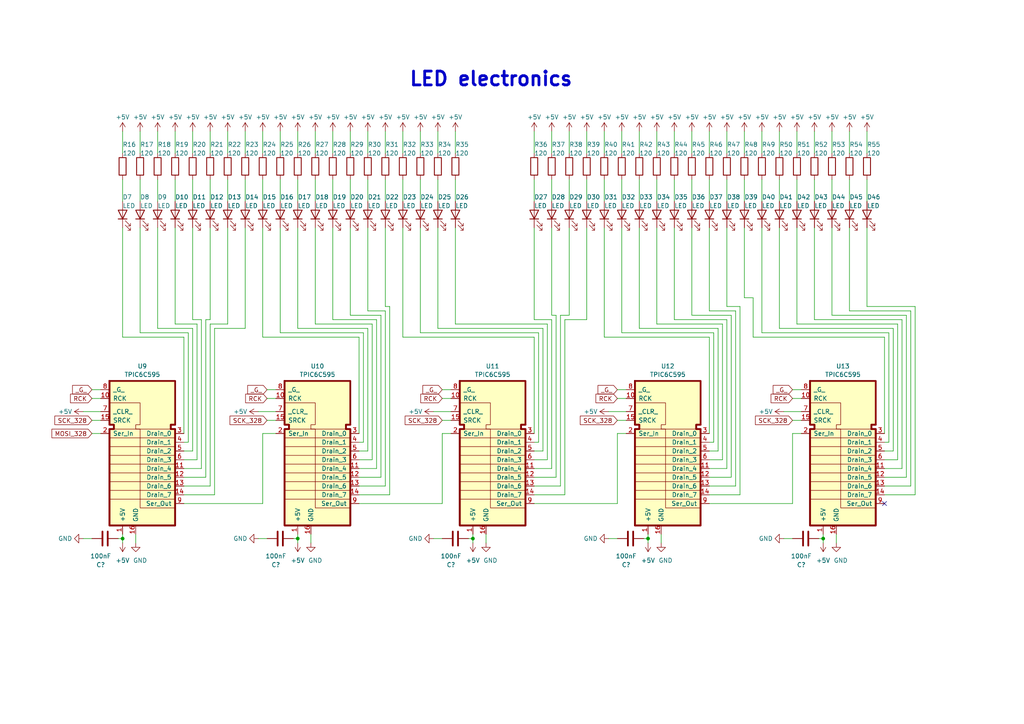
<source format=kicad_sch>
(kicad_sch (version 20230121) (generator eeschema)
  (paper "A4")
  (title_block (title "RD40_SMD") (date "2023-08-20") (rev "Rev 1") (company "Ludwin Monz") (comment 1 "you may not use the material for commercial purposes.") (comment 2 "you may use non-commercially, adapt, share alike ") (comment 3 "https://creativecommons.org/licenses/by-nc-sa/4.0/") (comment 4 "License: Creative Commons Attribution-Non-Commercial (CC BY-NC-SA)"))
  (junction (at 187.96 156.21))
  (junction (at 86.36 156.21))
  (junction (at 35.56 156.21))
  (junction (at 137.16 156.21))
  (junction (at 238.76 156.21))
  (no_connect (at 256.54 146.05))
  (wire (pts (xy 111.76 140.97) (xy 111.76 90.17)))
  (wire (pts (xy 185.42 95.25) (xy 185.42 66.04)))
  (wire (pts (xy 160.02 66.04) (xy 160.02 91.44)))
  (wire (pts (xy 81.28 38.1) (xy 81.28 44.45)))
  (wire (pts (xy 262.89 91.44) (xy 241.3 91.44)))
  (wire (pts (xy 26.67 113.03) (xy 29.21 113.03)))
  (wire (pts (xy 157.48 95.25) (xy 127 95.25)))
  (wire (pts (xy 160.02 38.1) (xy 160.02 44.45)))
  (wire (pts (xy 77.47 115.57) (xy 80.01 115.57)))
  (wire (pts (xy 259.08 130.81) (xy 259.08 95.25)))
  (wire (pts (xy 256.54 140.97) (xy 264.16 140.97)))
  (wire (pts (xy 54.61 128.27) (xy 54.61 96.52)))
  (wire (pts (xy 163.83 92.71) (xy 170.18 92.71)))
  (wire (pts (xy 241.3 52.07) (xy 241.3 58.42)))
  (wire (pts (xy 54.61 96.52) (xy 40.64 96.52)))
  (wire (pts (xy 81.28 52.07) (xy 81.28 58.42)))
  (wire (pts (xy 53.34 135.89) (xy 58.42 135.89)))
  (wire (pts (xy 160.02 52.07) (xy 160.02 58.42)))
  (wire (pts (xy 205.74 128.27) (xy 207.01 128.27)))
  (wire (pts (xy 210.82 88.9) (xy 210.82 66.04)))
  (wire (pts (xy 246.38 52.07) (xy 246.38 58.42)))
  (wire (pts (xy 127 95.25) (xy 127 66.04)))
  (wire (pts (xy 154.94 52.07) (xy 154.94 58.42)))
  (wire (pts (xy 116.84 97.79) (xy 116.84 66.04)))
  (wire (pts (xy 156.21 128.27) (xy 156.21 96.52)))
  (wire (pts (xy 128.27 125.73) (xy 130.81 125.73)))
  (wire (pts (xy 162.56 91.44) (xy 165.1 91.44)))
  (wire (pts (xy 135.89 156.21) (xy 137.16 156.21)))
  (wire (pts (xy 190.5 38.1) (xy 190.5 44.45)))
  (wire (pts (xy 71.12 38.1) (xy 71.12 44.45)))
  (wire (pts (xy 231.14 93.98) (xy 231.14 66.04)))
  (wire (pts (xy 212.09 91.44) (xy 200.66 91.44)))
  (wire (pts (xy 220.98 52.07) (xy 220.98 58.42)))
  (wire (pts (xy 205.74 38.1) (xy 205.74 44.45)))
  (wire (pts (xy 53.34 140.97) (xy 60.96 140.97)))
  (wire (pts (xy 154.94 128.27) (xy 156.21 128.27)))
  (wire (pts (xy 208.28 130.81) (xy 208.28 95.25)))
  (wire (pts (xy 205.74 90.17) (xy 205.74 66.04)))
  (wire (pts (xy 154.94 38.1) (xy 154.94 44.45)))
  (wire (pts (xy 161.29 91.44) (xy 160.02 91.44)))
  (wire (pts (xy 74.93 119.38) (xy 80.01 119.38)))
  (wire (pts (xy 251.46 52.07) (xy 251.46 58.42)))
  (wire (pts (xy 227.33 156.21) (xy 229.87 156.21)))
  (wire (pts (xy 205.74 133.35) (xy 209.55 133.35)))
  (wire (pts (xy 137.16 154.94) (xy 137.16 156.21)))
  (wire (pts (xy 53.34 138.43) (xy 59.69 138.43)))
  (wire (pts (xy 179.07 121.92) (xy 181.61 121.92)))
  (wire (pts (xy 35.56 97.79) (xy 35.56 66.04)))
  (wire (pts (xy 62.23 143.51) (xy 62.23 95.25)))
  (wire (pts (xy 257.81 128.27) (xy 257.81 96.52)))
  (wire (pts (xy 231.14 38.1) (xy 231.14 44.45)))
  (wire (pts (xy 218.44 97.79) (xy 218.44 86.36)))
  (wire (pts (xy 209.55 133.35) (xy 209.55 93.98)))
  (wire (pts (xy 215.9 52.07) (xy 215.9 58.42)))
  (wire (pts (xy 106.68 130.81) (xy 106.68 95.25)))
  (wire (pts (xy 121.92 38.1) (xy 121.92 44.45)))
  (wire (pts (xy 113.03 143.51) (xy 113.03 88.9)))
  (wire (pts (xy 256.54 135.89) (xy 261.62 135.89)))
  (wire (pts (xy 111.76 88.9) (xy 111.76 66.04)))
  (wire (pts (xy 57.15 133.35) (xy 57.15 93.98)))
  (wire (pts (xy 262.89 138.43) (xy 262.89 91.44)))
  (wire (pts (xy 128.27 113.03) (xy 130.81 113.03)))
  (wire (pts (xy 251.46 88.9) (xy 251.46 66.04)))
  (wire (pts (xy 265.43 88.9) (xy 251.46 88.9)))
  (wire (pts (xy 109.22 92.71) (xy 96.52 92.71)))
  (wire (pts (xy 154.94 143.51) (xy 163.83 143.51)))
  (wire (pts (xy 107.95 133.35) (xy 107.95 93.98)))
  (wire (pts (xy 39.37 154.94) (xy 39.37 157.48)))
  (wire (pts (xy 106.68 90.17) (xy 106.68 66.04)))
  (wire (pts (xy 208.28 95.25) (xy 185.42 95.25)))
  (wire (pts (xy 205.74 130.81) (xy 208.28 130.81)))
  (wire (pts (xy 264.16 90.17) (xy 246.38 90.17)))
  (wire (pts (xy 229.87 121.92) (xy 232.41 121.92)))
  (wire (pts (xy 195.58 52.07) (xy 195.58 58.42)))
  (wire (pts (xy 215.9 38.1) (xy 215.9 44.45)))
  (wire (pts (xy 104.14 133.35) (xy 107.95 133.35)))
  (wire (pts (xy 175.26 38.1) (xy 175.26 44.45)))
  (wire (pts (xy 214.63 88.9) (xy 210.82 88.9)))
  (wire (pts (xy 180.34 38.1) (xy 180.34 44.45)))
  (wire (pts (xy 261.62 135.89) (xy 261.62 92.71)))
  (wire (pts (xy 220.98 38.1) (xy 220.98 44.45)))
  (wire (pts (xy 55.88 92.71) (xy 55.88 66.04)))
  (wire (pts (xy 260.35 133.35) (xy 260.35 93.98)))
  (wire (pts (xy 106.68 38.1) (xy 106.68 44.45)))
  (wire (pts (xy 205.74 135.89) (xy 210.82 135.89)))
  (wire (pts (xy 86.36 156.21) (xy 86.36 157.48)))
  (wire (pts (xy 58.42 92.71) (xy 55.88 92.71)))
  (wire (pts (xy 160.02 135.89) (xy 160.02 92.71)))
  (wire (pts (xy 60.96 140.97) (xy 60.96 93.98)))
  (wire (pts (xy 59.69 138.43) (xy 59.69 92.71)))
  (wire (pts (xy 104.14 125.73) (xy 104.14 97.79)))
  (wire (pts (xy 227.33 119.38) (xy 232.41 119.38)))
  (wire (pts (xy 116.84 38.1) (xy 116.84 44.45)))
  (wire (pts (xy 170.18 52.07) (xy 170.18 58.42)))
  (wire (pts (xy 96.52 38.1) (xy 96.52 44.45)))
  (wire (pts (xy 205.74 146.05) (xy 229.87 146.05)))
  (wire (pts (xy 125.73 156.21) (xy 128.27 156.21)))
  (wire (pts (xy 218.44 86.36) (xy 215.9 86.36)))
  (wire (pts (xy 179.07 113.03) (xy 181.61 113.03)))
  (wire (pts (xy 185.42 52.07) (xy 185.42 58.42)))
  (wire (pts (xy 107.95 93.98) (xy 91.44 93.98)))
  (wire (pts (xy 179.07 146.05) (xy 179.07 125.73)))
  (wire (pts (xy 162.56 140.97) (xy 162.56 91.44)))
  (wire (pts (xy 55.88 130.81) (xy 55.88 95.25)))
  (wire (pts (xy 71.12 52.07) (xy 71.12 58.42)))
  (wire (pts (xy 165.1 38.1) (xy 165.1 44.45)))
  (wire (pts (xy 210.82 92.71) (xy 195.58 92.71)))
  (wire (pts (xy 35.56 38.1) (xy 35.56 44.45)))
  (wire (pts (xy 76.2 125.73) (xy 80.01 125.73)))
  (wire (pts (xy 229.87 115.57) (xy 232.41 115.57)))
  (wire (pts (xy 91.44 38.1) (xy 91.44 44.45)))
  (wire (pts (xy 256.54 97.79) (xy 218.44 97.79)))
  (wire (pts (xy 175.26 97.79) (xy 175.26 66.04)))
  (wire (pts (xy 55.88 95.25) (xy 45.72 95.25)))
  (wire (pts (xy 231.14 52.07) (xy 231.14 58.42)))
  (wire (pts (xy 104.14 146.05) (xy 128.27 146.05)))
  (wire (pts (xy 175.26 52.07) (xy 175.26 58.42)))
  (wire (pts (xy 105.41 128.27) (xy 105.41 96.52)))
  (wire (pts (xy 220.98 66.04) (xy 220.98 96.52)))
  (wire (pts (xy 132.08 38.1) (xy 132.08 44.45)))
  (wire (pts (xy 176.53 156.21) (xy 179.07 156.21)))
  (wire (pts (xy 179.07 115.57) (xy 181.61 115.57)))
  (wire (pts (xy 53.34 146.05) (xy 76.2 146.05)))
  (wire (pts (xy 229.87 125.73) (xy 232.41 125.73)))
  (wire (pts (xy 154.94 92.71) (xy 154.94 66.04)))
  (wire (pts (xy 26.67 115.57) (xy 29.21 115.57)))
  (wire (pts (xy 210.82 52.07) (xy 210.82 58.42)))
  (wire (pts (xy 101.6 52.07) (xy 101.6 58.42)))
  (wire (pts (xy 213.36 140.97) (xy 213.36 90.17)))
  (wire (pts (xy 86.36 38.1) (xy 86.36 44.45)))
  (wire (pts (xy 241.3 38.1) (xy 241.3 44.45)))
  (wire (pts (xy 34.29 156.21) (xy 35.56 156.21)))
  (wire (pts (xy 236.22 52.07) (xy 236.22 58.42)))
  (wire (pts (xy 76.2 97.79) (xy 76.2 66.04)))
  (wire (pts (xy 106.68 52.07) (xy 106.68 58.42)))
  (wire (pts (xy 96.52 92.71) (xy 96.52 66.04)))
  (wire (pts (xy 101.6 91.44) (xy 101.6 66.04)))
  (wire (pts (xy 179.07 125.73) (xy 181.61 125.73)))
  (wire (pts (xy 116.84 52.07) (xy 116.84 58.42)))
  (wire (pts (xy 226.06 38.1) (xy 226.06 44.45)))
  (wire (pts (xy 101.6 38.1) (xy 101.6 44.45)))
  (wire (pts (xy 40.64 38.1) (xy 40.64 44.45)))
  (wire (pts (xy 91.44 66.04) (xy 91.44 93.98)))
  (wire (pts (xy 26.67 121.92) (xy 29.21 121.92)))
  (wire (pts (xy 50.8 38.1) (xy 50.8 44.45)))
  (wire (pts (xy 180.34 66.04) (xy 180.34 96.52)))
  (wire (pts (xy 85.09 156.21) (xy 86.36 156.21)))
  (wire (pts (xy 125.73 119.38) (xy 130.81 119.38)))
  (wire (pts (xy 205.74 140.97) (xy 213.36 140.97)))
  (wire (pts (xy 53.34 133.35) (xy 57.15 133.35)))
  (wire (pts (xy 205.74 138.43) (xy 212.09 138.43)))
  (wire (pts (xy 55.88 38.1) (xy 55.88 44.45)))
  (wire (pts (xy 156.21 96.52) (xy 121.92 96.52)))
  (wire (pts (xy 104.14 130.81) (xy 106.68 130.81)))
  (wire (pts (xy 256.54 130.81) (xy 259.08 130.81)))
  (wire (pts (xy 132.08 93.98) (xy 132.08 66.04)))
  (wire (pts (xy 77.47 121.92) (xy 80.01 121.92)))
  (wire (pts (xy 40.64 96.52) (xy 40.64 66.04)))
  (wire (pts (xy 160.02 92.71) (xy 154.94 92.71)))
  (wire (pts (xy 104.14 138.43) (xy 110.49 138.43)))
  (wire (pts (xy 62.23 95.25) (xy 71.12 95.25)))
  (wire (pts (xy 229.87 113.03) (xy 232.41 113.03)))
  (wire (pts (xy 207.01 96.52) (xy 180.34 96.52)))
  (wire (pts (xy 207.01 128.27) (xy 207.01 96.52)))
  (wire (pts (xy 91.44 52.07) (xy 91.44 58.42)))
  (wire (pts (xy 176.53 119.38) (xy 181.61 119.38)))
  (wire (pts (xy 53.34 125.73) (xy 53.34 97.79)))
  (wire (pts (xy 66.04 52.07) (xy 66.04 58.42)))
  (wire (pts (xy 205.74 52.07) (xy 205.74 58.42)))
  (wire (pts (xy 236.22 38.1) (xy 236.22 44.45)))
  (wire (pts (xy 26.67 125.73) (xy 29.21 125.73)))
  (wire (pts (xy 256.54 125.73) (xy 256.54 97.79)))
  (wire (pts (xy 53.34 128.27) (xy 54.61 128.27)))
  (wire (pts (xy 40.64 52.07) (xy 40.64 58.42)))
  (wire (pts (xy 104.14 140.97) (xy 111.76 140.97)))
  (wire (pts (xy 111.76 90.17) (xy 106.68 90.17)))
  (wire (pts (xy 127 52.07) (xy 127 58.42)))
  (wire (pts (xy 165.1 91.44) (xy 165.1 66.04)))
  (wire (pts (xy 53.34 130.81) (xy 55.88 130.81)))
  (wire (pts (xy 241.3 91.44) (xy 241.3 66.04)))
  (wire (pts (xy 226.06 95.25) (xy 226.06 66.04)))
  (wire (pts (xy 187.96 154.94) (xy 187.96 156.21)))
  (wire (pts (xy 154.94 125.73) (xy 154.94 97.79)))
  (wire (pts (xy 185.42 38.1) (xy 185.42 44.45)))
  (wire (pts (xy 121.92 52.07) (xy 121.92 58.42)))
  (wire (pts (xy 154.94 140.97) (xy 162.56 140.97)))
  (wire (pts (xy 264.16 140.97) (xy 264.16 90.17)))
  (wire (pts (xy 246.38 38.1) (xy 246.38 44.45)))
  (wire (pts (xy 163.83 143.51) (xy 163.83 92.71)))
  (wire (pts (xy 158.75 133.35) (xy 158.75 93.98)))
  (wire (pts (xy 236.22 92.71) (xy 236.22 66.04)))
  (wire (pts (xy 86.36 154.94) (xy 86.36 156.21)))
  (wire (pts (xy 205.74 143.51) (xy 214.63 143.51)))
  (wire (pts (xy 165.1 52.07) (xy 165.1 58.42)))
  (wire (pts (xy 132.08 52.07) (xy 132.08 58.42)))
  (wire (pts (xy 214.63 143.51) (xy 214.63 88.9)))
  (wire (pts (xy 109.22 135.89) (xy 109.22 92.71)))
  (wire (pts (xy 60.96 93.98) (xy 66.04 93.98)))
  (wire (pts (xy 238.76 154.94) (xy 238.76 156.21)))
  (wire (pts (xy 261.62 92.71) (xy 236.22 92.71)))
  (wire (pts (xy 60.96 38.1) (xy 60.96 44.45)))
  (wire (pts (xy 195.58 92.71) (xy 195.58 66.04)))
  (wire (pts (xy 60.96 66.04) (xy 60.96 92.71)))
  (wire (pts (xy 53.34 97.79) (xy 35.56 97.79)))
  (wire (pts (xy 104.14 128.27) (xy 105.41 128.27)))
  (wire (pts (xy 229.87 146.05) (xy 229.87 125.73)))
  (wire (pts (xy 256.54 138.43) (xy 262.89 138.43)))
  (wire (pts (xy 24.13 156.21) (xy 26.67 156.21)))
  (wire (pts (xy 55.88 52.07) (xy 55.88 58.42)))
  (wire (pts (xy 77.47 113.03) (xy 80.01 113.03)))
  (wire (pts (xy 265.43 143.51) (xy 265.43 88.9)))
  (wire (pts (xy 170.18 92.71) (xy 170.18 66.04)))
  (wire (pts (xy 205.74 97.79) (xy 175.26 97.79)))
  (wire (pts (xy 59.69 92.71) (xy 60.96 92.71)))
  (wire (pts (xy 158.75 93.98) (xy 132.08 93.98)))
  (wire (pts (xy 154.94 133.35) (xy 158.75 133.35)))
  (wire (pts (xy 190.5 93.98) (xy 190.5 66.04)))
  (wire (pts (xy 96.52 52.07) (xy 96.52 58.42)))
  (wire (pts (xy 60.96 52.07) (xy 60.96 58.42)))
  (wire (pts (xy 53.34 143.51) (xy 62.23 143.51)))
  (wire (pts (xy 260.35 93.98) (xy 231.14 93.98)))
  (wire (pts (xy 212.09 138.43) (xy 212.09 91.44)))
  (wire (pts (xy 110.49 138.43) (xy 110.49 91.44)))
  (wire (pts (xy 226.06 52.07) (xy 226.06 58.42)))
  (wire (pts (xy 128.27 115.57) (xy 130.81 115.57)))
  (wire (pts (xy 57.15 93.98) (xy 50.8 93.98)))
  (wire (pts (xy 187.96 156.21) (xy 187.96 157.48)))
  (wire (pts (xy 71.12 95.25) (xy 71.12 66.04)))
  (wire (pts (xy 45.72 95.25) (xy 45.72 66.04)))
  (wire (pts (xy 209.55 93.98) (xy 190.5 93.98)))
  (wire (pts (xy 35.56 154.94) (xy 35.56 156.21)))
  (wire (pts (xy 113.03 88.9) (xy 111.76 88.9)))
  (wire (pts (xy 242.57 154.94) (xy 242.57 157.48)))
  (wire (pts (xy 76.2 146.05) (xy 76.2 125.73)))
  (wire (pts (xy 58.42 92.71) (xy 58.42 135.89)))
  (wire (pts (xy 121.92 96.52) (xy 121.92 66.04)))
  (wire (pts (xy 50.8 93.98) (xy 50.8 66.04)))
  (wire (pts (xy 237.49 156.21) (xy 238.76 156.21)))
  (wire (pts (xy 110.49 91.44) (xy 101.6 91.44)))
  (wire (pts (xy 104.14 143.51) (xy 113.03 143.51)))
  (wire (pts (xy 213.36 90.17) (xy 205.74 90.17)))
  (wire (pts (xy 200.66 52.07) (xy 200.66 58.42)))
  (wire (pts (xy 104.14 135.89) (xy 109.22 135.89)))
  (wire (pts (xy 76.2 52.07) (xy 76.2 58.42)))
  (wire (pts (xy 154.94 135.89) (xy 160.02 135.89)))
  (wire (pts (xy 195.58 38.1) (xy 195.58 44.45)))
  (wire (pts (xy 200.66 38.1) (xy 200.66 44.45)))
  (wire (pts (xy 140.97 154.94) (xy 140.97 157.48)))
  (wire (pts (xy 50.8 52.07) (xy 50.8 58.42)))
  (wire (pts (xy 256.54 128.27) (xy 257.81 128.27)))
  (wire (pts (xy 86.36 52.07) (xy 86.36 58.42)))
  (wire (pts (xy 81.28 96.52) (xy 81.28 66.04)))
  (wire (pts (xy 161.29 138.43) (xy 161.29 91.44)))
  (wire (pts (xy 210.82 135.89) (xy 210.82 92.71)))
  (wire (pts (xy 111.76 38.1) (xy 111.76 44.45)))
  (wire (pts (xy 35.56 52.07) (xy 35.56 58.42)))
  (wire (pts (xy 106.68 95.25) (xy 86.36 95.25)))
  (wire (pts (xy 157.48 130.81) (xy 157.48 95.25)))
  (wire (pts (xy 128.27 121.92) (xy 130.81 121.92)))
  (wire (pts (xy 246.38 90.17) (xy 246.38 66.04)))
  (wire (pts (xy 128.27 146.05) (xy 128.27 125.73)))
  (wire (pts (xy 66.04 38.1) (xy 66.04 44.45)))
  (wire (pts (xy 190.5 52.07) (xy 190.5 58.42)))
  (wire (pts (xy 137.16 156.21) (xy 137.16 157.48)))
  (wire (pts (xy 180.34 52.07) (xy 180.34 58.42)))
  (wire (pts (xy 111.76 52.07) (xy 111.76 58.42)))
  (wire (pts (xy 74.93 156.21) (xy 77.47 156.21)))
  (wire (pts (xy 210.82 38.1) (xy 210.82 44.45)))
  (wire (pts (xy 104.14 97.79) (xy 76.2 97.79)))
  (wire (pts (xy 205.74 125.73) (xy 205.74 97.79)))
  (wire (pts (xy 251.46 38.1) (xy 251.46 44.45)))
  (wire (pts (xy 35.56 156.21) (xy 35.56 157.48)))
  (wire (pts (xy 154.94 146.05) (xy 179.07 146.05)))
  (wire (pts (xy 259.08 95.25) (xy 226.06 95.25)))
  (wire (pts (xy 256.54 143.51) (xy 265.43 143.51)))
  (wire (pts (xy 127 38.1) (xy 127 44.45)))
  (wire (pts (xy 24.13 119.38) (xy 29.21 119.38)))
  (wire (pts (xy 238.76 156.21) (xy 238.76 157.48)))
  (wire (pts (xy 215.9 86.36) (xy 215.9 66.04)))
  (wire (pts (xy 86.36 95.25) (xy 86.36 66.04)))
  (wire (pts (xy 154.94 130.81) (xy 157.48 130.81)))
  (wire (pts (xy 170.18 38.1) (xy 170.18 44.45)))
  (wire (pts (xy 66.04 93.98) (xy 66.04 66.04)))
  (wire (pts (xy 200.66 91.44) (xy 200.66 66.04)))
  (wire (pts (xy 76.2 38.1) (xy 76.2 44.45)))
  (wire (pts (xy 191.77 154.94) (xy 191.77 157.48)))
  (wire (pts (xy 45.72 52.07) (xy 45.72 58.42)))
  (wire (pts (xy 220.98 96.52) (xy 257.81 96.52)))
  (wire (pts (xy 186.69 156.21) (xy 187.96 156.21)))
  (wire (pts (xy 154.94 97.79) (xy 116.84 97.79)))
  (wire (pts (xy 90.17 154.94) (xy 90.17 157.48)))
  (wire (pts (xy 45.72 38.1) (xy 45.72 44.45)))
  (wire (pts (xy 154.94 138.43) (xy 161.29 138.43)))
  (wire (pts (xy 105.41 96.52) (xy 81.28 96.52)))
  (wire (pts (xy 256.54 133.35) (xy 260.35 133.35)))
  (text "LED electronics" (at 166.37 25.4 0) (effects (font (size 4 4) (thickness 0.8) bold) (justify right bottom)))
  (global_label "_G_" (shape input) (at 229.87 113.03 180) (property "Intersheetrefs" "${INTERSHEET_REFS}" (effects hide)))
  (global_label "RCK" (shape input) (at 179.07 115.57 180) (property "Intersheetrefs" "${INTERSHEET_REFS}" (effects hide)))
  (global_label "RCK" (shape input) (at 229.87 115.57 180) (property "Intersheetrefs" "${INTERSHEET_REFS}" (effects hide)))
  (global_label "SCK_328" (shape input) (at 26.67 121.92 180) (property "Intersheetrefs" "${INTERSHEET_REFS}" (effects hide)))
  (global_label "_G_" (shape input) (at 26.67 113.03 180) (property "Intersheetrefs" "${INTERSHEET_REFS}" (effects hide)))
  (global_label "RCK" (shape input) (at 128.27 115.57 180) (property "Intersheetrefs" "${INTERSHEET_REFS}" (effects hide)))
  (global_label "SCK_328" (shape input) (at 229.87 121.92 180) (property "Intersheetrefs" "${INTERSHEET_REFS}" (effects hide)))
  (global_label "_G_" (shape input) (at 128.27 113.03 180) (property "Intersheetrefs" "${INTERSHEET_REFS}" (effects hide)))
  (global_label "SCK_328" (shape input) (at 179.07 121.92 180) (property "Intersheetrefs" "${INTERSHEET_REFS}" (effects hide)))
  (global_label "MOSI_328" (shape input) (at 26.67 125.73 180) (property "Intersheetrefs" "${INTERSHEET_REFS}" (effects hide)))
  (global_label "_G_" (shape input) (at 179.07 113.03 180) (property "Intersheetrefs" "${INTERSHEET_REFS}" (effects hide)))
  (global_label "RCK" (shape input) (at 26.67 115.57 180) (property "Intersheetrefs" "${INTERSHEET_REFS}" (effects hide)))
  (global_label "_G_" (shape input) (at 77.47 113.03 180) (property "Intersheetrefs" "${INTERSHEET_REFS}" (effects hide)))
  (global_label "RCK" (shape input) (at 77.47 115.57 180) (property "Intersheetrefs" "${INTERSHEET_REFS}" (effects hide)))
  (global_label "SCK_328" (shape input) (at 77.47 121.92 180) (property "Intersheetrefs" "${INTERSHEET_REFS}" (effects hide)))
  (global_label "SCK_328" (shape input) (at 128.27 121.92 180) (property "Intersheetrefs" "${INTERSHEET_REFS}" (effects hide)))
  (symbol (lib_id "power:GND") (at 176.53 156.21 270) (unit 1)
    (property "Reference" "#PWR0123" (effects hide))
    (property "Value" "GND" (at 173.3551 156.21 90) (effects (justify right)))
  )
  (symbol (lib_id "Device:R") (at 81.28 48.26 0) (unit 1)
    (property "Reference" "R25" (at 81.28 41.91 0) (effects (justify left)))
    (property "Value" "120" (at 81.28 44.45 0) (effects (justify left)))
    (property "Footprint" "Resistor_SMD:R_0402_1005Metric" (effects hide))
    (property "LCSC" "C25079" (effects hide))
  )
  (symbol (lib_id "Device:LED") (at 190.5 62.23 90) (unit 1)
    (property "Reference" "D34" (at 190.5 57.15 90) (effects (justify right)))
    (property "Value" "LED" (at 190.5 59.69 90) (effects (justify right)))
    (property "Footprint" "my_footprints:LED_1206" (effects hide))
    (property "LCSC" "C219234" (effects hide))
  )
  (symbol (lib_id "Device:R") (at 40.64 48.26 0) (unit 1)
    (property "Reference" "R17" (at 40.64 41.91 0) (effects (justify left)))
    (property "Value" "120" (at 40.64 44.45 0) (effects (justify left)))
    (property "Footprint" "Resistor_SMD:R_0402_1005Metric" (effects hide))
    (property "LCSC" "C25079" (effects hide))
  )
  (symbol (lib_id "Device:R") (at 55.88 48.26 0) (unit 1)
    (property "Reference" "R20" (at 55.88 41.91 0) (effects (justify left)))
    (property "Value" "120" (at 55.88 44.45 0) (effects (justify left)))
    (property "Footprint" "Resistor_SMD:R_0402_1005Metric" (effects hide))
    (property "LCSC" "C25079" (effects hide))
  )
  (symbol (lib_id "power:GND") (at 125.73 156.21 270) (unit 1)
    (property "Reference" "#PWR0122" (effects hide))
    (property "Value" "GND" (at 122.5551 156.21 90) (effects (justify right)))
  )
  (symbol (lib_id "Device:R") (at 215.9 48.26 0) (unit 1)
    (property "Reference" "R48" (at 215.9 41.91 0) (effects (justify left)))
    (property "Value" "120" (at 215.9 44.45 0) (effects (justify left)))
    (property "Footprint" "Resistor_SMD:R_0402_1005Metric" (effects hide))
    (property "LCSC" "C25079" (effects hide))
  )
  (symbol (lib_id "power:+5V") (at 66.04 38.1 0) (unit 1)
    (property "Reference" "#PWR074" (effects hide))
    (property "Value" "+5V" (at 66.04 33.9669 0))
  )
  (symbol (lib_id "Device:R") (at 195.58 48.26 0) (unit 1)
    (property "Reference" "R44" (at 195.58 41.91 0) (effects (justify left)))
    (property "Value" "120" (at 195.58 44.45 0) (effects (justify left)))
    (property "Footprint" "Resistor_SMD:R_0402_1005Metric" (effects hide))
    (property "LCSC" "C25079" (effects hide))
  )
  (symbol (lib_id "Device:C") (at 81.28 156.21 90) (unit 1)
    (property "Reference" "C?" (at 80.01 163.83 90))
    (property "Value" "100nF" (at 80.01 161.29 90))
    (property "Footprint" "Capacitor_SMD:C_0402_1005Metric" (effects hide))
    (property "LCSC" "C307331" (effects hide))
    (instances (project "RD40_display_SMD" (path "" (reference "C?") (unit 1)) (path "" (reference "C23") (unit 1)) (path "" (reference "C28") (unit 1))))
  )
  (symbol (lib_id "Device:R") (at 220.98 48.26 0) (unit 1)
    (property "Reference" "R49" (at 220.98 41.91 0) (effects (justify left)))
    (property "Value" "120" (at 220.98 44.45 0) (effects (justify left)))
    (property "Footprint" "Resistor_SMD:R_0402_1005Metric" (effects hide))
    (property "LCSC" "C25079" (effects hide))
  )
  (symbol (lib_id "power:+5V") (at 220.98 38.1 0) (unit 1)
    (property "Reference" "#PWR0110" (effects hide))
    (property "Value" "+5V" (at 220.98 33.9669 0))
  )
  (symbol (lib_id "power:GND") (at 24.13 156.21 270) (unit 1)
    (property "Reference" "#PWR0120" (effects hide))
    (property "Value" "GND" (at 20.9551 156.21 90) (effects (justify right)))
  )
  (symbol (lib_id "Device:R") (at 60.96 48.26 0) (unit 1)
    (property "Reference" "R21" (at 60.96 41.91 0) (effects (justify left)))
    (property "Value" "120" (at 60.96 44.45 0) (effects (justify left)))
    (property "Footprint" "Resistor_SMD:R_0402_1005Metric" (effects hide))
    (property "LCSC" "C25079" (effects hide))
  )
  (symbol (lib_id "Device:LED") (at 185.42 62.23 90) (unit 1)
    (property "Reference" "D33" (at 185.42 57.15 90) (effects (justify right)))
    (property "Value" "LED" (at 185.42 59.69 90) (effects (justify right)))
    (property "Footprint" "my_footprints:LED_1206" (effects hide))
    (property "LCSC" "C219234" (effects hide))
  )
  (symbol (lib_id "power:+5V") (at 170.18 38.1 0) (unit 1)
    (property "Reference" "#PWR097" (effects hide))
    (property "Value" "+5V" (at 170.18 33.9669 0))
  )
  (symbol (lib_id "Device:LED") (at 127 62.23 90) (unit 1)
    (property "Reference" "D25" (at 127 57.15 90) (effects (justify right)))
    (property "Value" "LED" (at 127 59.69 90) (effects (justify right)))
    (property "Footprint" "my_footprints:LED_1206" (effects hide))
    (property "LCSC" "C219234" (effects hide))
  )
  (symbol (lib_id "Device:LED") (at 205.74 62.23 90) (unit 1)
    (property "Reference" "D37" (at 205.74 57.15 90) (effects (justify right)))
    (property "Value" "LED" (at 205.74 59.69 90) (effects (justify right)))
    (property "Footprint" "my_footprints:LED_1206" (effects hide))
    (property "LCSC" "C219234" (effects hide))
  )
  (symbol (lib_id "power:+5V") (at 35.56 38.1 0) (unit 1)
    (property "Reference" "#PWR066" (effects hide))
    (property "Value" "+5V" (at 35.56 33.9669 0))
  )
  (symbol (lib_id "Device:LED") (at 55.88 62.23 90) (unit 1)
    (property "Reference" "D11" (at 55.88 57.15 90) (effects (justify right)))
    (property "Value" "LED" (at 55.88 59.69 90) (effects (justify right)))
    (property "Footprint" "my_footprints:LED_1206" (effects hide))
    (property "LCSC" "C219234" (effects hide))
  )
  (symbol (lib_id "Device:LED") (at 96.52 62.23 90) (unit 1)
    (property "Reference" "D19" (at 96.52 57.15 90) (effects (justify right)))
    (property "Value" "LED" (at 96.52 59.69 90) (effects (justify right)))
    (property "Footprint" "my_footprints:LED_1206" (effects hide))
    (property "LCSC" "C219234" (effects hide))
  )
  (symbol (lib_id "power:+5V") (at 241.3 38.1 0) (unit 1)
    (property "Reference" "#PWR0116" (effects hide))
    (property "Value" "+5V" (at 241.3 33.9669 0))
  )
  (symbol (lib_id "power:+5V") (at 91.44 38.1 0) (unit 1)
    (property "Reference" "#PWR082" (effects hide))
    (property "Value" "+5V" (at 91.44 33.9669 0))
  )
  (symbol (lib_id "Device:LED") (at 200.66 62.23 90) (unit 1)
    (property "Reference" "D36" (at 200.66 57.15 90) (effects (justify right)))
    (property "Value" "LED" (at 200.66 59.69 90) (effects (justify right)))
    (property "Footprint" "my_footprints:LED_1206" (effects hide))
    (property "LCSC" "C219234" (effects hide))
  )
  (symbol (lib_id "power:+5V") (at 106.68 38.1 0) (unit 1)
    (property "Reference" "#PWR085" (effects hide))
    (property "Value" "+5V" (at 106.68 33.9669 0))
  )
  (symbol (lib_id "power:+5V") (at 60.96 38.1 0) (unit 1)
    (property "Reference" "#PWR073" (effects hide))
    (property "Value" "+5V" (at 60.96 33.9669 0))
  )
  (symbol (lib_id "power:+5V") (at 76.2 38.1 0) (unit 1)
    (property "Reference" "#PWR077" (effects hide))
    (property "Value" "+5V" (at 76.2 33.9669 0))
  )
  (symbol (lib_id "Device:R") (at 76.2 48.26 0) (unit 1)
    (property "Reference" "R24" (at 76.2 41.91 0) (effects (justify left)))
    (property "Value" "120" (at 76.2 44.45 0) (effects (justify left)))
    (property "Footprint" "Resistor_SMD:R_0402_1005Metric" (effects hide))
    (property "LCSC" "C25079" (effects hide))
  )
  (symbol (lib_id "Device:LED") (at 195.58 62.23 90) (unit 1)
    (property "Reference" "D35" (at 195.58 57.15 90) (effects (justify right)))
    (property "Value" "LED" (at 195.58 59.69 90) (effects (justify right)))
    (property "Footprint" "my_footprints:LED_1206" (effects hide))
    (property "LCSC" "C219234" (effects hide))
  )
  (symbol (lib_id "power:+5V") (at 127 38.1 0) (unit 1)
    (property "Reference" "#PWR090" (effects hide))
    (property "Value" "+5V" (at 127 33.9669 0))
  )
  (symbol (lib_id "power:+5V") (at 40.64 38.1 0) (unit 1)
    (property "Reference" "#PWR069" (effects hide))
    (property "Value" "+5V" (at 40.64 33.9669 0))
  )
  (symbol (lib_id "Device:LED") (at 116.84 62.23 90) (unit 1)
    (property "Reference" "D23" (at 116.84 57.15 90) (effects (justify right)))
    (property "Value" "LED" (at 116.84 59.69 90) (effects (justify right)))
    (property "Footprint" "my_footprints:LED_1206" (effects hide))
    (property "LCSC" "C219234" (effects hide))
  )
  (symbol (lib_id "power:GND") (at 140.97 157.48 0) (unit 1)
    (property "Reference" "#PWR093" (effects hide))
    (property "Value" "GND" (at 142.24 162.56 0))
  )
  (symbol (lib_id "power:+5V") (at 176.53 119.38 90) (unit 1)
    (property "Reference" "#PWR099" (effects hide))
    (property "Value" "+5V" (at 173.3551 119.38 90) (effects (justify left)))
  )
  (symbol (lib_id "Device:R") (at 116.84 48.26 0) (unit 1)
    (property "Reference" "R32" (at 116.84 41.91 0) (effects (justify left)))
    (property "Value" "120" (at 116.84 44.45 0) (effects (justify left)))
    (property "Footprint" "Resistor_SMD:R_0402_1005Metric" (effects hide))
    (property "LCSC" "C25079" (effects hide))
  )
  (symbol (lib_id "Device:LED") (at 210.82 62.23 90) (unit 1)
    (property "Reference" "D38" (at 210.82 57.15 90) (effects (justify right)))
    (property "Value" "LED" (at 210.82 59.69 90) (effects (justify right)))
    (property "Footprint" "my_footprints:LED_1206" (effects hide))
    (property "LCSC" "C219234" (effects hide))
  )
  (symbol (lib_id "Device:R") (at 35.56 48.26 0) (unit 1)
    (property "Reference" "R16" (at 35.56 41.91 0) (effects (justify left)))
    (property "Value" "120" (at 35.56 44.45 0) (effects (justify left)))
    (property "Footprint" "Resistor_SMD:R_0402_1005Metric" (effects hide))
    (property "LCSC" "C25079" (effects hide))
  )
  (symbol (lib_id "power:+5V") (at 226.06 38.1 0) (unit 1)
    (property "Reference" "#PWR0111" (effects hide))
    (property "Value" "+5V" (at 226.06 33.9669 0))
  )
  (symbol (lib_id "power:+5V") (at 231.14 38.1 0) (unit 1)
    (property "Reference" "#PWR0113" (effects hide))
    (property "Value" "+5V" (at 231.14 33.9669 0))
  )
  (symbol (lib_id "Device:C") (at 30.48 156.21 90) (unit 1)
    (property "Reference" "C?" (at 29.21 163.83 90))
    (property "Value" "100nF" (at 29.21 161.29 90))
    (property "Footprint" "Capacitor_SMD:C_0402_1005Metric" (effects hide))
    (property "LCSC" "C307331" (effects hide))
    (instances (project "RD40_display_SMD" (path "" (reference "C?") (unit 1)) (path "" (reference "C23") (unit 1)) (path "" (reference "C27") (unit 1))))
  )
  (symbol (lib_id "power:+5V") (at 165.1 38.1 0) (unit 1)
    (property "Reference" "#PWR096" (effects hide))
    (property "Value" "+5V" (at 165.1 33.9669 0))
  )
  (symbol (lib_id "Device:LED") (at 251.46 62.23 90) (unit 1)
    (property "Reference" "D46" (at 251.46 57.15 90) (effects (justify right)))
    (property "Value" "LED" (at 251.46 59.69 90) (effects (justify right)))
    (property "Footprint" "my_footprints:LED_1206" (effects hide))
    (property "LCSC" "C219234" (effects hide))
  )
  (symbol (lib_id "Device:LED") (at 35.56 62.23 90) (unit 1)
    (property "Reference" "D7" (at 35.56 57.15 90) (effects (justify right)))
    (property "Value" "LED" (at 35.56 59.69 90) (effects (justify right)))
    (property "Footprint" "my_footprints:LED_1206" (effects hide))
    (property "LCSC" "C219234" (effects hide))
  )
  (symbol (lib_id "power:+5V") (at 236.22 38.1 0) (unit 1)
    (property "Reference" "#PWR0114" (effects hide))
    (property "Value" "+5V" (at 236.22 33.9669 0))
  )
  (symbol (lib_id "power:+5V") (at 187.96 157.48 180) (unit 1)
    (property "Reference" "#PWR0102" (effects hide))
    (property "Value" "+5V" (at 187.96 162.56 0))
  )
  (symbol (lib_id "my_symbols:TPIC6C595") (at 250.19 118.11 0) (unit 1)
    (property "Reference" "U13" (at 244.475 106.2187 0))
    (property "Value" "TPIC6C595" (at 244.475 108.6429 0))
    (property "Footprint" "my_footprints:TPIC6C595DR" (effects hide))
    (property "LCSC" "C350572" (effects hide))
  )
  (symbol (lib_id "Device:R") (at 154.94 48.26 0) (unit 1)
    (property "Reference" "R36" (at 154.94 41.91 0) (effects (justify left)))
    (property "Value" "120" (at 154.94 44.45 0) (effects (justify left)))
    (property "Footprint" "Resistor_SMD:R_0402_1005Metric" (effects hide))
    (property "LCSC" "C25079" (effects hide))
  )
  (symbol (lib_id "Device:LED") (at 71.12 62.23 90) (unit 1)
    (property "Reference" "D14" (at 71.12 57.15 90) (effects (justify right)))
    (property "Value" "LED" (at 71.12 59.69 90) (effects (justify right)))
    (property "Footprint" "my_footprints:LED_1206" (effects hide))
    (property "LCSC" "C219234" (effects hide))
  )
  (symbol (lib_id "power:+5V") (at 227.33 119.38 90) (unit 1)
    (property "Reference" "#PWR0112" (effects hide))
    (property "Value" "+5V" (at 224.1551 119.38 90) (effects (justify left)))
  )
  (symbol (lib_id "power:+5V") (at 195.58 38.1 0) (unit 1)
    (property "Reference" "#PWR0105" (effects hide))
    (property "Value" "+5V" (at 195.58 33.9669 0))
  )
  (symbol (lib_id "power:+5V") (at 111.76 38.1 0) (unit 1)
    (property "Reference" "#PWR086" (effects hide))
    (property "Value" "+5V" (at 111.76 33.9669 0))
  )
  (symbol (lib_id "Device:R") (at 170.18 48.26 0) (unit 1)
    (property "Reference" "R39" (at 170.18 41.91 0) (effects (justify left)))
    (property "Value" "120" (at 170.18 44.45 0) (effects (justify left)))
    (property "Footprint" "Resistor_SMD:R_0402_1005Metric" (effects hide))
    (property "LCSC" "C25079" (effects hide))
  )
  (symbol (lib_id "Device:R") (at 251.46 48.26 0) (unit 1)
    (property "Reference" "R55" (at 251.46 41.91 0) (effects (justify left)))
    (property "Value" "120" (at 251.46 44.45 0) (effects (justify left)))
    (property "Footprint" "Resistor_SMD:R_0402_1005Metric" (effects hide))
    (property "LCSC" "C25079" (effects hide))
  )
  (symbol (lib_id "power:+5V") (at 175.26 38.1 0) (unit 1)
    (property "Reference" "#PWR098" (effects hide))
    (property "Value" "+5V" (at 175.26 33.9669 0))
  )
  (symbol (lib_id "power:+5V") (at 185.42 38.1 0) (unit 1)
    (property "Reference" "#PWR0101" (effects hide))
    (property "Value" "+5V" (at 185.42 33.9669 0))
  )
  (symbol (lib_id "Device:LED") (at 91.44 62.23 90) (unit 1)
    (property "Reference" "D18" (at 91.44 57.15 90) (effects (justify right)))
    (property "Value" "LED" (at 91.44 59.69 90) (effects (justify right)))
    (property "Footprint" "my_footprints:LED_1206" (effects hide))
    (property "LCSC" "C219234" (effects hide))
  )
  (symbol (lib_id "Device:C") (at 132.08 156.21 90) (unit 1)
    (property "Reference" "C?" (at 130.81 163.83 90))
    (property "Value" "100nF" (at 130.81 161.29 90))
    (property "Footprint" "Capacitor_SMD:C_0402_1005Metric" (effects hide))
    (property "LCSC" "C307331" (effects hide))
    (instances (project "RD40_display_SMD" (path "" (reference "C?") (unit 1)) (path "" (reference "C23") (unit 1)) (path "" (reference "C29") (unit 1))))
  )
  (symbol (lib_id "power:GND") (at 191.77 157.48 0) (unit 1)
    (property "Reference" "#PWR0104" (effects hide))
    (property "Value" "GND" (at 193.04 162.56 0))
  )
  (symbol (lib_id "Device:R") (at 86.36 48.26 0) (unit 1)
    (property "Reference" "R26" (at 86.36 41.91 0) (effects (justify left)))
    (property "Value" "120" (at 86.36 44.45 0) (effects (justify left)))
    (property "Footprint" "Resistor_SMD:R_0402_1005Metric" (effects hide))
    (property "LCSC" "C25079" (effects hide))
  )
  (symbol (lib_id "power:+5V") (at 200.66 38.1 0) (unit 1)
    (property "Reference" "#PWR0106" (effects hide))
    (property "Value" "+5V" (at 200.66 33.9669 0))
  )
  (symbol (lib_id "Device:R") (at 106.68 48.26 0) (unit 1)
    (property "Reference" "R30" (at 106.68 41.91 0) (effects (justify left)))
    (property "Value" "120" (at 106.68 44.45 0) (effects (justify left)))
    (property "Footprint" "Resistor_SMD:R_0402_1005Metric" (effects hide))
    (property "LCSC" "C25079" (effects hide))
  )
  (symbol (lib_id "Device:LED") (at 60.96 62.23 90) (unit 1)
    (property "Reference" "D12" (at 60.96 57.15 90) (effects (justify right)))
    (property "Value" "LED" (at 60.96 59.69 90) (effects (justify right)))
    (property "Footprint" "my_footprints:LED_1206" (effects hide))
    (property "LCSC" "C219234" (effects hide))
  )
  (symbol (lib_id "power:+5V") (at 24.13 119.38 90) (unit 1)
    (property "Reference" "#PWR065" (effects hide))
    (property "Value" "+5V" (at 20.9551 119.38 90) (effects (justify left)))
  )
  (symbol (lib_id "power:+5V") (at 71.12 38.1 0) (unit 1)
    (property "Reference" "#PWR075" (effects hide))
    (property "Value" "+5V" (at 71.12 33.9669 0))
  )
  (symbol (lib_id "my_symbols:TPIC6C595") (at 199.39 118.11 0) (unit 1)
    (property "Reference" "U12" (at 193.675 106.2187 0))
    (property "Value" "TPIC6C595" (at 193.675 108.6429 0))
    (property "Footprint" "my_footprints:TPIC6C595DR" (effects hide))
    (property "LCSC" "C350572" (effects hide))
  )
  (symbol (lib_id "power:+5V") (at 121.92 38.1 0) (unit 1)
    (property "Reference" "#PWR088" (effects hide))
    (property "Value" "+5V" (at 121.92 33.9669 0))
  )
  (symbol (lib_id "Device:R") (at 175.26 48.26 0) (unit 1)
    (property "Reference" "R40" (at 175.26 41.91 0) (effects (justify left)))
    (property "Value" "120" (at 175.26 44.45 0) (effects (justify left)))
    (property "Footprint" "Resistor_SMD:R_0402_1005Metric" (effects hide))
    (property "LCSC" "C25079" (effects hide))
  )
  (symbol (lib_id "my_symbols:TPIC6C595") (at 46.99 118.11 0) (unit 1)
    (property "Reference" "U9" (at 41.275 106.2187 0))
    (property "Value" "TPIC6C595" (at 41.275 108.6429 0))
    (property "Footprint" "my_footprints:TPIC6C595DR" (effects hide))
    (property "LCSC" "C350572" (effects hide))
  )
  (symbol (lib_id "power:+5V") (at 132.08 38.1 0) (unit 1)
    (property "Reference" "#PWR091" (effects hide))
    (property "Value" "+5V" (at 132.08 33.9669 0))
  )
  (symbol (lib_id "Device:C") (at 233.68 156.21 90) (unit 1)
    (property "Reference" "C?" (at 232.41 163.83 90))
    (property "Value" "100nF" (at 232.41 161.29 90))
    (property "Footprint" "Capacitor_SMD:C_0402_1005Metric" (effects hide))
    (property "LCSC" "C307331" (effects hide))
    (instances (project "RD40_display_SMD" (path "" (reference "C?") (unit 1)) (path "" (reference "C23") (unit 1)) (path "" (reference "C31") (unit 1))))
  )
  (symbol (lib_id "power:+5V") (at 81.28 38.1 0) (unit 1)
    (property "Reference" "#PWR078" (effects hide))
    (property "Value" "+5V" (at 81.28 33.9669 0))
  )
  (symbol (lib_id "power:GND") (at 242.57 157.48 0) (unit 1)
    (property "Reference" "#PWR0117" (effects hide))
    (property "Value" "GND" (at 243.84 162.56 0))
  )
  (symbol (lib_id "power:+5V") (at 45.72 38.1 0) (unit 1)
    (property "Reference" "#PWR070" (effects hide))
    (property "Value" "+5V" (at 45.72 33.9669 0))
  )
  (symbol (lib_id "Device:LED") (at 220.98 62.23 90) (unit 1)
    (property "Reference" "D40" (at 220.98 57.15 90) (effects (justify right)))
    (property "Value" "LED" (at 220.98 59.69 90) (effects (justify right)))
    (property "Footprint" "my_footprints:LED_1206" (effects hide))
    (property "LCSC" "C219234" (effects hide))
  )
  (symbol (lib_id "my_symbols:TPIC6C595") (at 97.79 118.11 0) (unit 1)
    (property "Reference" "U10" (at 92.075 106.2187 0))
    (property "Value" "TPIC6C595" (at 92.075 108.6429 0))
    (property "Footprint" "my_footprints:TPIC6C595DR" (effects hide))
    (property "LCSC" "C350572" (effects hide))
  )
  (symbol (lib_id "power:+5V") (at 116.84 38.1 0) (unit 1)
    (property "Reference" "#PWR087" (effects hide))
    (property "Value" "+5V" (at 116.84 33.9669 0))
  )
  (symbol (lib_id "Device:R") (at 185.42 48.26 0) (unit 1)
    (property "Reference" "R42" (at 185.42 41.91 0) (effects (justify left)))
    (property "Value" "120" (at 185.42 44.45 0) (effects (justify left)))
    (property "Footprint" "Resistor_SMD:R_0402_1005Metric" (effects hide))
    (property "LCSC" "C25079" (effects hide))
  )
  (symbol (lib_id "power:+5V") (at 160.02 38.1 0) (unit 1)
    (property "Reference" "#PWR095" (effects hide))
    (property "Value" "+5V" (at 160.02 33.9669 0))
  )
  (symbol (lib_id "Device:LED") (at 170.18 62.23 90) (unit 1)
    (property "Reference" "D30" (at 170.18 57.15 90) (effects (justify right)))
    (property "Value" "LED" (at 170.18 59.69 90) (effects (justify right)))
    (property "Footprint" "my_footprints:LED_1206" (effects hide))
    (property "LCSC" "C219234" (effects hide))
  )
  (symbol (lib_id "Device:R") (at 66.04 48.26 0) (unit 1)
    (property "Reference" "R22" (at 66.04 41.91 0) (effects (justify left)))
    (property "Value" "120" (at 66.04 44.45 0) (effects (justify left)))
    (property "Footprint" "Resistor_SMD:R_0402_1005Metric" (effects hide))
    (property "LCSC" "C25079" (effects hide))
  )
  (symbol (lib_id "Device:R") (at 91.44 48.26 0) (unit 1)
    (property "Reference" "R27" (at 91.44 41.91 0) (effects (justify left)))
    (property "Value" "120" (at 91.44 44.45 0) (effects (justify left)))
    (property "Footprint" "Resistor_SMD:R_0402_1005Metric" (effects hide))
    (property "LCSC" "C25079" (effects hide))
  )
  (symbol (lib_id "Device:LED") (at 231.14 62.23 90) (unit 1)
    (property "Reference" "D42" (at 231.14 57.15 90) (effects (justify right)))
    (property "Value" "LED" (at 231.14 59.69 90) (effects (justify right)))
    (property "Footprint" "my_footprints:LED_1206" (effects hide))
    (property "LCSC" "C219234" (effects hide))
  )
  (symbol (lib_id "Device:LED") (at 66.04 62.23 90) (unit 1)
    (property "Reference" "D13" (at 66.04 57.15 90) (effects (justify right)))
    (property "Value" "LED" (at 66.04 59.69 90) (effects (justify right)))
    (property "Footprint" "my_footprints:LED_1206" (effects hide))
    (property "LCSC" "C219234" (effects hide))
  )
  (symbol (lib_id "Device:R") (at 236.22 48.26 0) (unit 1)
    (property "Reference" "R52" (at 236.22 41.91 0) (effects (justify left)))
    (property "Value" "120" (at 236.22 44.45 0) (effects (justify left)))
    (property "Footprint" "Resistor_SMD:R_0402_1005Metric" (effects hide))
    (property "LCSC" "C25079" (effects hide))
  )
  (symbol (lib_id "Device:LED") (at 165.1 62.23 90) (unit 1)
    (property "Reference" "D29" (at 165.1 57.15 90) (effects (justify right)))
    (property "Value" "LED" (at 165.1 59.69 90) (effects (justify right)))
    (property "Footprint" "my_footprints:LED_1206" (effects hide))
    (property "LCSC" "C219234" (effects hide))
  )
  (symbol (lib_id "power:+5V") (at 96.52 38.1 0) (unit 1)
    (property "Reference" "#PWR083" (effects hide))
    (property "Value" "+5V" (at 96.52 33.9669 0))
  )
  (symbol (lib_id "power:+5V") (at 251.46 38.1 0) (unit 1)
    (property "Reference" "#PWR0119" (effects hide))
    (property "Value" "+5V" (at 251.46 33.9669 0))
  )
  (symbol (lib_id "power:+5V") (at 210.82 38.1 0) (unit 1)
    (property "Reference" "#PWR0108" (effects hide))
    (property "Value" "+5V" (at 210.82 33.9669 0))
  )
  (symbol (lib_id "power:GND") (at 90.17 157.48 0) (unit 1)
    (property "Reference" "#PWR081" (effects hide))
    (property "Value" "GND" (at 91.44 162.56 0))
  )
  (symbol (lib_id "Device:LED") (at 106.68 62.23 90) (unit 1)
    (property "Reference" "D21" (at 106.68 57.15 90) (effects (justify right)))
    (property "Value" "LED" (at 106.68 59.69 90) (effects (justify right)))
    (property "Footprint" "my_footprints:LED_1206" (effects hide))
    (property "LCSC" "C219234" (effects hide))
  )
  (symbol (lib_id "Device:R") (at 111.76 48.26 0) (unit 1)
    (property "Reference" "R31" (at 111.76 41.91 0) (effects (justify left)))
    (property "Value" "120" (at 111.76 44.45 0) (effects (justify left)))
    (property "Footprint" "Resistor_SMD:R_0402_1005Metric" (effects hide))
    (property "LCSC" "C25079" (effects hide))
  )
  (symbol (lib_id "power:+5V") (at 246.38 38.1 0) (unit 1)
    (property "Reference" "#PWR0118" (effects hide))
    (property "Value" "+5V" (at 246.38 33.9669 0))
  )
  (symbol (lib_id "Device:C") (at 182.88 156.21 90) (unit 1)
    (property "Reference" "C?" (at 181.61 163.83 90))
    (property "Value" "100nF" (at 181.61 161.29 90))
    (property "Footprint" "Capacitor_SMD:C_0402_1005Metric" (effects hide))
    (property "LCSC" "C307331" (effects hide))
    (instances (project "RD40_display_SMD" (path "" (reference "C?") (unit 1)) (path "" (reference "C23") (unit 1)) (path "" (reference "C30") (unit 1))))
  )
  (symbol (lib_id "Device:LED") (at 40.64 62.23 90) (unit 1)
    (property "Reference" "D8" (at 40.64 57.15 90) (effects (justify right)))
    (property "Value" "LED" (at 40.64 59.69 90) (effects (justify right)))
    (property "Footprint" "my_footprints:LED_1206" (effects hide))
    (property "LCSC" "C219234" (effects hide))
  )
  (symbol (lib_id "Device:R") (at 50.8 48.26 0) (unit 1)
    (property "Reference" "R19" (at 50.8 41.91 0) (effects (justify left)))
    (property "Value" "120" (at 50.8 44.45 0) (effects (justify left)))
    (property "Footprint" "Resistor_SMD:R_0402_1005Metric" (effects hide))
    (property "LCSC" "C25079" (effects hide))
  )
  (symbol (lib_id "Device:LED") (at 226.06 62.23 90) (unit 1)
    (property "Reference" "D41" (at 226.06 57.15 90) (effects (justify right)))
    (property "Value" "LED" (at 226.06 59.69 90) (effects (justify right)))
    (property "Footprint" "my_footprints:LED_1206" (effects hide))
    (property "LCSC" "C219234" (effects hide))
  )
  (symbol (lib_id "Device:LED") (at 101.6 62.23 90) (unit 1)
    (property "Reference" "D20" (at 101.6 57.15 90) (effects (justify right)))
    (property "Value" "LED" (at 101.6 59.69 90) (effects (justify right)))
    (property "Footprint" "my_footprints:LED_1206" (effects hide))
    (property "LCSC" "C219234" (effects hide))
  )
  (symbol (lib_id "Device:LED") (at 160.02 62.23 90) (unit 1)
    (property "Reference" "D28" (at 160.02 57.15 90) (effects (justify right)))
    (property "Value" "LED" (at 160.02 59.69 90) (effects (justify right)))
    (property "Footprint" "my_footprints:LED_1206" (effects hide))
    (property "LCSC" "C219234" (effects hide))
  )
  (symbol (lib_id "power:GND") (at 74.93 156.21 270) (unit 1)
    (property "Reference" "#PWR0121" (effects hide))
    (property "Value" "GND" (at 71.7551 156.21 90) (effects (justify right)))
  )
  (symbol (lib_id "Device:R") (at 45.72 48.26 0) (unit 1)
    (property "Reference" "R18" (at 45.72 41.91 0) (effects (justify left)))
    (property "Value" "120" (at 45.72 44.45 0) (effects (justify left)))
    (property "Footprint" "Resistor_SMD:R_0402_1005Metric" (effects hide))
    (property "LCSC" "C25079" (effects hide))
  )
  (symbol (lib_id "Device:R") (at 226.06 48.26 0) (unit 1)
    (property "Reference" "R50" (at 226.06 41.91 0) (effects (justify left)))
    (property "Value" "120" (at 226.06 44.45 0) (effects (justify left)))
    (property "Footprint" "Resistor_SMD:R_0402_1005Metric" (effects hide))
    (property "LCSC" "C25079" (effects hide))
  )
  (symbol (lib_id "Device:LED") (at 121.92 62.23 90) (unit 1)
    (property "Reference" "D24" (at 121.92 57.15 90) (effects (justify right)))
    (property "Value" "LED" (at 121.92 59.69 90) (effects (justify right)))
    (property "Footprint" "my_footprints:LED_1206" (effects hide))
    (property "LCSC" "C219234" (effects hide))
  )
  (symbol (lib_id "Device:LED") (at 215.9 62.23 90) (unit 1)
    (property "Reference" "D39" (at 215.9 57.15 90) (effects (justify right)))
    (property "Value" "LED" (at 215.9 59.69 90) (effects (justify right)))
    (property "Footprint" "my_footprints:LED_1206" (effects hide))
    (property "LCSC" "C219234" (effects hide))
  )
  (symbol (lib_id "power:+5V") (at 101.6 38.1 0) (unit 1)
    (property "Reference" "#PWR084" (effects hide))
    (property "Value" "+5V" (at 101.6 33.9669 0))
  )
  (symbol (lib_id "power:+5V") (at 238.76 157.48 180) (unit 1)
    (property "Reference" "#PWR0115" (effects hide))
    (property "Value" "+5V" (at 238.76 162.56 0))
  )
  (symbol (lib_id "my_symbols:TPIC6C595") (at 148.59 118.11 0) (unit 1)
    (property "Reference" "U11" (at 142.875 106.2187 0))
    (property "Value" "TPIC6C595" (at 142.875 108.6429 0))
    (property "Footprint" "my_footprints:TPIC6C595DR" (effects hide))
    (property "LCSC" "C350572" (effects hide))
  )
  (symbol (lib_id "Device:R") (at 121.92 48.26 0) (unit 1)
    (property "Reference" "R33" (at 121.92 41.91 0) (effects (justify left)))
    (property "Value" "120" (at 121.92 44.45 0) (effects (justify left)))
    (property "Footprint" "Resistor_SMD:R_0402_1005Metric" (effects hide))
    (property "LCSC" "C25079" (effects hide))
  )
  (symbol (lib_id "Device:LED") (at 86.36 62.23 90) (unit 1)
    (property "Reference" "D17" (at 86.36 57.15 90) (effects (justify right)))
    (property "Value" "LED" (at 86.36 59.69 90) (effects (justify right)))
    (property "Footprint" "my_footprints:LED_1206" (effects hide))
    (property "LCSC" "C219234" (effects hide))
  )
  (symbol (lib_id "power:+5V") (at 35.56 157.48 180) (unit 1)
    (property "Reference" "#PWR067" (effects hide))
    (property "Value" "+5V" (at 35.56 162.56 0))
  )
  (symbol (lib_id "Device:R") (at 160.02 48.26 0) (unit 1)
    (property "Reference" "R37" (at 160.02 41.91 0) (effects (justify left)))
    (property "Value" "120" (at 160.02 44.45 0) (effects (justify left)))
    (property "Footprint" "Resistor_SMD:R_0402_1005Metric" (effects hide))
    (property "LCSC" "C25079" (effects hide))
  )
  (symbol (lib_id "Device:LED") (at 50.8 62.23 90) (unit 1)
    (property "Reference" "D10" (at 50.8 57.15 90) (effects (justify right)))
    (property "Value" "LED" (at 50.8 59.69 90) (effects (justify right)))
    (property "Footprint" "my_footprints:LED_1206" (effects hide))
    (property "LCSC" "C219234" (effects hide))
  )
  (symbol (lib_id "Device:LED") (at 175.26 62.23 90) (unit 1)
    (property "Reference" "D31" (at 175.26 57.15 90) (effects (justify right)))
    (property "Value" "LED" (at 175.26 59.69 90) (effects (justify right)))
    (property "Footprint" "my_footprints:LED_1206" (effects hide))
    (property "LCSC" "C219234" (effects hide))
  )
  (symbol (lib_id "Device:R") (at 180.34 48.26 0) (unit 1)
    (property "Reference" "R41" (at 180.34 41.91 0) (effects (justify left)))
    (property "Value" "120" (at 180.34 44.45 0) (effects (justify left)))
    (property "Footprint" "Resistor_SMD:R_0402_1005Metric" (effects hide))
    (property "LCSC" "C25079" (effects hide))
  )
  (symbol (lib_id "power:+5V") (at 137.16 157.48 180) (unit 1)
    (property "Reference" "#PWR092" (effects hide))
    (property "Value" "+5V" (at 137.16 162.56 0))
  )
  (symbol (lib_id "Device:R") (at 127 48.26 0) (unit 1)
    (property "Reference" "R34" (at 127 41.91 0) (effects (justify left)))
    (property "Value" "120" (at 127 44.45 0) (effects (justify left)))
    (property "Footprint" "Resistor_SMD:R_0402_1005Metric" (effects hide))
    (property "LCSC" "C25079" (effects hide))
  )
  (symbol (lib_id "power:GND") (at 39.37 157.48 0) (unit 1)
    (property "Reference" "#PWR068" (effects hide))
    (property "Value" "GND" (at 40.64 162.56 0))
  )
  (symbol (lib_id "power:+5V") (at 190.5 38.1 0) (unit 1)
    (property "Reference" "#PWR0103" (effects hide))
    (property "Value" "+5V" (at 190.5 33.9669 0))
  )
  (symbol (lib_id "Device:R") (at 71.12 48.26 0) (unit 1)
    (property "Reference" "R23" (at 71.12 41.91 0) (effects (justify left)))
    (property "Value" "120" (at 71.12 44.45 0) (effects (justify left)))
    (property "Footprint" "Resistor_SMD:R_0402_1005Metric" (effects hide))
    (property "LCSC" "C25079" (effects hide))
  )
  (symbol (lib_id "power:+5V") (at 205.74 38.1 0) (unit 1)
    (property "Reference" "#PWR0107" (effects hide))
    (property "Value" "+5V" (at 205.74 33.9669 0))
  )
  (symbol (lib_id "power:+5V") (at 125.73 119.38 90) (unit 1)
    (property "Reference" "#PWR089" (effects hide))
    (property "Value" "+5V" (at 122.5551 119.38 90) (effects (justify left)))
  )
  (symbol (lib_id "Device:R") (at 165.1 48.26 0) (unit 1)
    (property "Reference" "R38" (at 165.1 41.91 0) (effects (justify left)))
    (property "Value" "120" (at 165.1 44.45 0) (effects (justify left)))
    (property "Footprint" "Resistor_SMD:R_0402_1005Metric" (effects hide))
    (property "LCSC" "C25079" (effects hide))
  )
  (symbol (lib_id "Device:R") (at 241.3 48.26 0) (unit 1)
    (property "Reference" "R53" (at 241.3 41.91 0) (effects (justify left)))
    (property "Value" "120" (at 241.3 44.45 0) (effects (justify left)))
    (property "Footprint" "Resistor_SMD:R_0402_1005Metric" (effects hide))
    (property "LCSC" "C25079" (effects hide))
  )
  (symbol (lib_id "Device:LED") (at 132.08 62.23 90) (unit 1)
    (property "Reference" "D26" (at 132.08 57.15 90) (effects (justify right)))
    (property "Value" "LED" (at 132.08 59.69 90) (effects (justify right)))
    (property "Footprint" "my_footprints:LED_1206" (effects hide))
    (property "LCSC" "C219234" (effects hide))
  )
  (symbol (lib_id "Device:R") (at 200.66 48.26 0) (unit 1)
    (property "Reference" "R45" (at 200.66 41.91 0) (effects (justify left)))
    (property "Value" "120" (at 200.66 44.45 0) (effects (justify left)))
    (property "Footprint" "Resistor_SMD:R_0402_1005Metric" (effects hide))
    (property "LCSC" "C25079" (effects hide))
  )
  (symbol (lib_id "power:+5V") (at 154.94 38.1 0) (unit 1)
    (property "Reference" "#PWR094" (effects hide))
    (property "Value" "+5V" (at 154.94 33.9669 0))
  )
  (symbol (lib_id "Device:LED") (at 111.76 62.23 90) (unit 1)
    (property "Reference" "D22" (at 111.76 57.15 90) (effects (justify right)))
    (property "Value" "LED" (at 111.76 59.69 90) (effects (justify right)))
    (property "Footprint" "my_footprints:LED_1206" (effects hide))
    (property "LCSC" "C219234" (effects hide))
  )
  (symbol (lib_id "power:+5V") (at 180.34 38.1 0) (unit 1)
    (property "Reference" "#PWR0100" (effects hide))
    (property "Value" "+5V" (at 180.34 33.9669 0))
  )
  (symbol (lib_id "power:+5V") (at 215.9 38.1 0) (unit 1)
    (property "Reference" "#PWR0109" (effects hide))
    (property "Value" "+5V" (at 215.9 33.9669 0))
  )
  (symbol (lib_id "power:+5V") (at 86.36 157.48 180) (unit 1)
    (property "Reference" "#PWR080" (effects hide))
    (property "Value" "+5V" (at 86.36 162.56 0))
  )
  (symbol (lib_id "Device:R") (at 96.52 48.26 0) (unit 1)
    (property "Reference" "R28" (at 96.52 41.91 0) (effects (justify left)))
    (property "Value" "120" (at 96.52 44.45 0) (effects (justify left)))
    (property "Footprint" "Resistor_SMD:R_0402_1005Metric" (effects hide))
    (property "LCSC" "C25079" (effects hide))
  )
  (symbol (lib_id "power:+5V") (at 74.93 119.38 90) (unit 1)
    (property "Reference" "#PWR076" (effects hide))
    (property "Value" "+5V" (at 71.7551 119.38 90) (effects (justify left)))
  )
  (symbol (lib_id "Device:LED") (at 154.94 62.23 90) (unit 1)
    (property "Reference" "D27" (at 154.94 57.15 90) (effects (justify right)))
    (property "Value" "LED" (at 154.94 59.69 90) (effects (justify right)))
    (property "Footprint" "my_footprints:LED_1206" (effects hide))
    (property "LCSC" "C219234" (effects hide))
  )
  (symbol (lib_id "Device:LED") (at 236.22 62.23 90) (unit 1)
    (property "Reference" "D43" (at 236.22 57.15 90) (effects (justify right)))
    (property "Value" "LED" (at 236.22 59.69 90) (effects (justify right)))
    (property "Footprint" "my_footprints:LED_1206" (effects hide))
    (property "LCSC" "C219234" (effects hide))
  )
  (symbol (lib_id "Device:R") (at 231.14 48.26 0) (unit 1)
    (property "Reference" "R51" (at 231.14 41.91 0) (effects (justify left)))
    (property "Value" "120" (at 231.14 44.45 0) (effects (justify left)))
    (property "Footprint" "Resistor_SMD:R_0402_1005Metric" (effects hide))
    (property "LCSC" "C25079" (effects hide))
  )
  (symbol (lib_id "power:+5V") (at 86.36 38.1 0) (unit 1)
    (property "Reference" "#PWR079" (effects hide))
    (property "Value" "+5V" (at 86.36 33.9669 0))
  )
  (symbol (lib_id "power:+5V") (at 50.8 38.1 0) (unit 1)
    (property "Reference" "#PWR071" (effects hide))
    (property "Value" "+5V" (at 50.8 33.9669 0))
  )
  (symbol (lib_id "power:+5V") (at 55.88 38.1 0) (unit 1)
    (property "Reference" "#PWR072" (effects hide))
    (property "Value" "+5V" (at 55.88 33.9669 0))
  )
  (symbol (lib_id "Device:LED") (at 246.38 62.23 90) (unit 1)
    (property "Reference" "D45" (at 246.38 57.15 90) (effects (justify right)))
    (property "Value" "LED" (at 246.38 59.69 90) (effects (justify right)))
    (property "Footprint" "my_footprints:LED_1206" (effects hide))
    (property "LCSC" "C219234" (effects hide))
  )
  (symbol (lib_id "Device:R") (at 190.5 48.26 0) (unit 1)
    (property "Reference" "R43" (at 190.5 41.91 0) (effects (justify left)))
    (property "Value" "120" (at 190.5 44.45 0) (effects (justify left)))
    (property "Footprint" "Resistor_SMD:R_0402_1005Metric" (effects hide))
    (property "LCSC" "C25079" (effects hide))
  )
  (symbol (lib_id "power:GND") (at 227.33 156.21 270) (unit 1)
    (property "Reference" "#PWR0124" (effects hide))
    (property "Value" "GND" (at 224.1551 156.21 90) (effects (justify right)))
  )
  (symbol (lib_id "Device:R") (at 246.38 48.26 0) (unit 1)
    (property "Reference" "R54" (at 246.38 41.91 0) (effects (justify left)))
    (property "Value" "120" (at 246.38 44.45 0) (effects (justify left)))
    (property "Footprint" "Resistor_SMD:R_0402_1005Metric" (effects hide))
    (property "LCSC" "C25079" (effects hide))
  )
  (symbol (lib_id "Device:R") (at 101.6 48.26 0) (unit 1)
    (property "Reference" "R29" (at 101.6 41.91 0) (effects (justify left)))
    (property "Value" "120" (at 101.6 44.45 0) (effects (justify left)))
    (property "Footprint" "Resistor_SMD:R_0402_1005Metric" (effects hide))
    (property "LCSC" "C25079" (effects hide))
  )
  (symbol (lib_id "Device:LED") (at 180.34 62.23 90) (unit 1)
    (property "Reference" "D32" (at 180.34 57.15 90) (effects (justify right)))
    (property "Value" "LED" (at 180.34 59.69 90) (effects (justify right)))
    (property "Footprint" "my_footprints:LED_1206" (effects hide))
    (property "LCSC" "C219234" (effects hide))
  )
  (symbol (lib_id "Device:LED") (at 45.72 62.23 90) (unit 1)
    (property "Reference" "D9" (at 45.72 57.15 90) (effects (justify right)))
    (property "Value" "LED" (at 45.72 59.69 90) (effects (justify right)))
    (property "Footprint" "my_footprints:LED_1206" (effects hide))
    (property "LCSC" "C219234" (effects hide))
  )
  (symbol (lib_id "Device:LED") (at 241.3 62.23 90) (unit 1)
    (property "Reference" "D44" (at 241.3 57.15 90) (effects (justify right)))
    (property "Value" "LED" (at 241.3 59.69 90) (effects (justify right)))
    (property "Footprint" "my_footprints:LED_1206" (effects hide))
    (property "LCSC" "C219234" (effects hide))
  )
  (symbol (lib_id "Device:LED") (at 81.28 62.23 90) (unit 1)
    (property "Reference" "D16" (at 81.28 57.15 90) (effects (justify right)))
    (property "Value" "LED" (at 81.28 59.69 90) (effects (justify right)))
    (property "Footprint" "my_footprints:LED_1206" (effects hide))
    (property "LCSC" "C219234" (effects hide))
  )
  (symbol (lib_id "Device:LED") (at 76.2 62.23 90) (unit 1)
    (property "Reference" "D15" (at 76.2 57.15 90) (effects (justify right)))
    (property "Value" "LED" (at 76.2 59.69 90) (effects (justify right)))
    (property "Footprint" "my_footprints:LED_1206" (effects hide))
    (property "LCSC" "C219234" (effects hide))
  )
  (symbol (lib_id "Device:R") (at 205.74 48.26 0) (unit 1)
    (property "Reference" "R46" (at 205.74 41.91 0) (effects (justify left)))
    (property "Value" "120" (at 205.74 44.45 0) (effects (justify left)))
    (property "Footprint" "Resistor_SMD:R_0402_1005Metric" (effects hide))
    (property "LCSC" "C25079" (effects hide))
  )
  (symbol (lib_id "Device:R") (at 210.82 48.26 0) (unit 1)
    (property "Reference" "R47" (at 210.82 41.91 0) (effects (justify left)))
    (property "Value" "120" (at 210.82 44.45 0) (effects (justify left)))
    (property "Footprint" "Resistor_SMD:R_0402_1005Metric" (effects hide))
    (property "LCSC" "C25079" (effects hide))
  )
  (symbol (lib_id "Device:R") (at 132.08 48.26 0) (unit 1)
    (property "Reference" "R35" (at 132.08 41.91 0) (effects (justify left)))
    (property "Value" "120" (at 132.08 44.45 0) (effects (justify left)))
    (property "Footprint" "Resistor_SMD:R_0402_1005Metric" (effects hide))
    (property "LCSC" "C25079" (effects hide))
  )
)
</source>
